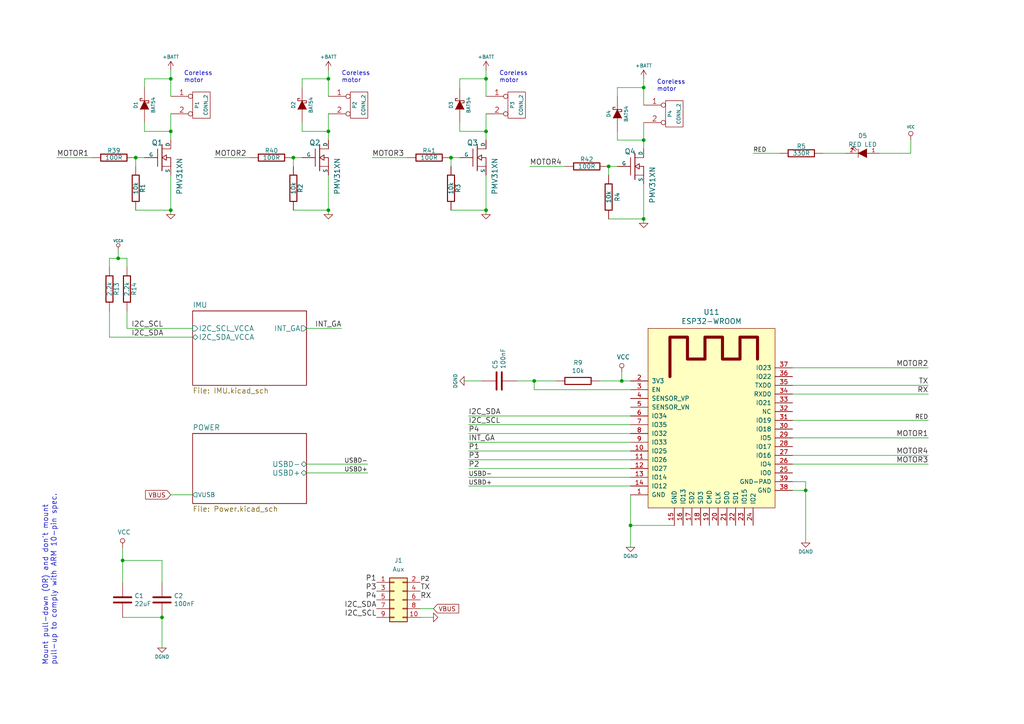
<source format=kicad_sch>
(kicad_sch (version 20230121) (generator eeschema)
  (paper "A4")
  (title_block (title "Crazyflie control board") (date "2023-11-27") (rev "2.4") (company "Bitcraze AB (CC BY-NC-SA)"))
  (lib_symbols
    (symbol "Connector_Generic:Conn_02x05_Odd_Even" (pin_names (offset 1.016) hide)
      (property "Reference" "J" (at 1.27 7.62 0))
      (property "Value" "Conn_02x05_Odd_Even" (at 1.27 -7.62 0))
      (symbol "Conn_02x05_Odd_Even_1_1"
        (rectangle (start -1.27 -4.953) (end 0 -5.207) (stroke (width 0.1524)))
        (rectangle (start -1.27 -2.413) (end 0 -2.667) (stroke (width 0.1524)))
        (rectangle (start -1.27 0.127) (end 0 -0.127) (stroke (width 0.1524)))
        (rectangle (start -1.27 2.667) (end 0 2.413) (stroke (width 0.1524)))
        (rectangle (start -1.27 5.207) (end 0 4.953) (stroke (width 0.1524)))
        (rectangle (start -1.27 6.35) (end 3.81 -6.35) (stroke (width 0.254)) (fill (type background)))
        (rectangle (start 3.81 -4.953) (end 2.54 -5.207) (stroke (width 0.1524)))
        (rectangle (start 3.81 -2.413) (end 2.54 -2.667) (stroke (width 0.1524)))
        (rectangle (start 3.81 0.127) (end 2.54 -0.127) (stroke (width 0.1524)))
        (rectangle (start 3.81 2.667) (end 2.54 2.413) (stroke (width 0.1524)))
        (rectangle (start 3.81 5.207) (end 2.54 4.953) (stroke (width 0.1524)))
        (pin passive line (at -5.08 5.08 0) (length 3.81) (name "Pin_1") (number "1"))
        (pin passive line (at 7.62 -5.08 180) (length 3.81) (name "Pin_10") (number "10"))
        (pin passive line (at 7.62 5.08 180) (length 3.81) (name "Pin_2") (number "2"))
        (pin passive line (at -5.08 2.54 0) (length 3.81) (name "Pin_3") (number "3"))
        (pin passive line (at 7.62 2.54 180) (length 3.81) (name "Pin_4") (number "4"))
        (pin passive line (at -5.08 0 0) (length 3.81) (name "Pin_5") (number "5"))
        (pin passive line (at 7.62 0 180) (length 3.81) (name "Pin_6") (number "6"))
        (pin passive line (at -5.08 -2.54 0) (length 3.81) (name "Pin_7") (number "7"))
        (pin passive line (at 7.62 -2.54 180) (length 3.81) (name "Pin_8") (number "8"))
        (pin passive line (at -5.08 -5.08 0) (length 3.81) (name "Pin_9") (number "9"))
      )
    )
    (symbol "Crazyflie-contol-board-rescue:+BATT-power" (power) (pin_names (offset 0))
      (property "Value" "+BATT-power" (at 0 3.556 0))
      (symbol "+BATT-power_0_1"
        (polyline (pts (xy -0.762 1.27) (xy 0 2.54)))
        (polyline (pts (xy 0 0) (xy 0 2.54)))
        (polyline (pts (xy 0 2.54) (xy 0.762 1.27)))
      )
      (symbol "+BATT-power_1_1"
        (pin power_in line (at 0 0 90) (length 0) hide (name "+BATT") (number "1"))
      )
    )
    (symbol "Crazyflie-contol-board-rescue:C-Crazyflie-contol-board-rescue" (pin_numbers hide) (pin_names (offset 0.254))
      (property "Reference" "C" (at 1.27 2.54 0))
      (property "Value" "C-Crazyflie-contol-board-rescue" (at 1.27 -2.54 0))
      (symbol "C-Crazyflie-contol-board-rescue_0_1"
        (polyline (pts (xy -2.54 -0.762) (xy 2.54 -0.762)) (stroke (width 0.508)))
        (polyline (pts (xy -2.54 0.762) (xy 2.54 0.762)) (stroke (width 0.508)))
      )
      (symbol "C-Crazyflie-contol-board-rescue_1_1"
        (pin passive line (at 0 5.08 270) (length 4.318) (name "~") (number "1"))
        (pin passive line (at 0 -5.08 90) (length 4.318) (name "~") (number "2"))
      )
    )
    (symbol "Crazyflie-contol-board-rescue:CONN_2-Crazyflie-contol-board-rescue" (pin_names (offset 1.016) hide)
      (property "Reference" "P" (at -1.27 0 90))
      (property "Value" "CONN_2-Crazyflie-contol-board-rescue" (at 1.27 0 90))
      (symbol "CONN_2-Crazyflie-contol-board-rescue_0_1"
        (rectangle (start -2.54 3.81) (end 2.54 -3.81))
      )
      (symbol "CONN_2-Crazyflie-contol-board-rescue_1_1"
        (pin passive inverted (at -8.89 2.54 0) (length 6.35) (name "P1") (number "1"))
        (pin passive inverted (at -8.89 -2.54 0) (length 6.35) (name "PM") (number "2"))
      )
    )
    (symbol "Crazyflie-contol-board-rescue:DGND-Crazyflie-contol-board-rescue" (power) (pin_names (offset 1.016))
      (property "Value" "DGND-Crazyflie-contol-board-rescue" (at 0 -1.778 0))
      (symbol "DGND-Crazyflie-contol-board-rescue_0_1"
        (polyline (pts (xy -1.27 0) (xy 0 -1.27) (xy 1.27 0) (xy -1.27 0)))
      )
      (symbol "DGND-Crazyflie-contol-board-rescue_1_1"
        (pin power_in line (at 0 0 90) (length 0) hide (name "DGND") (number "1"))
      )
    )
    (symbol "Crazyflie-contol-board-rescue:DIODESCH-Crazyflie-contol-board-rescue" (pin_numbers hide) (pin_names (offset 1.016) hide)
      (property "Reference" "D" (at 0 2.54 0))
      (property "Value" "DIODESCH-Crazyflie-contol-board-rescue" (at 0 -2.54 0))
      (symbol "DIODESCH-Crazyflie-contol-board-rescue_0_1"
        (polyline (pts (xy -1.27 1.27) (xy 1.27 0) (xy -1.27 -1.27)) (fill (type outline)))
        (polyline (pts (xy 1.905 0.635) (xy 1.905 1.27) (xy 1.27 1.27) (xy 1.27 -1.27) (xy 0.635 -1.27) (xy 0.635 -0.635)) (stroke (width 0.2032)))
      )
      (symbol "DIODESCH-Crazyflie-contol-board-rescue_1_1"
        (pin passive line (at -5.08 0 0) (length 3.81) (name "A") (number "1"))
        (pin passive line (at 5.08 0 180) (length 3.81) (name "K") (number "2"))
      )
    )
    (symbol "Crazyflie-contol-board-rescue:ESP32-WROOM-ESP32-footprints-Shem-Lib" (pin_names (offset 1.016))
      (property "Reference" "U" (at -17.78 31.75 0))
      (property "Value" "ESP32-WROOM-ESP32-footprints-Shem-Lib" (at 12.7 31.75 0))
      (symbol "ESP32-WROOM-ESP32-footprints-Shem-Lib_0_1"
        (rectangle (start -19.05 30.48) (end 17.78 -21.59) (fill (type background)))
        (polyline (pts (xy -12.7 16.51) (xy -12.7 27.94) (xy -7.62 27.94) (xy -7.62 21.59) (xy -2.54 21.59) (xy -2.54 27.94) (xy 2.54 27.94) (xy 2.54 21.59) (xy 7.62 21.59) (xy 7.62 27.94) (xy 12.7 27.94) (xy 12.7 21.59)) (stroke (width 0.889)))
      )
      (symbol "ESP32-WROOM-ESP32-footprints-Shem-Lib_1_1"
        (pin input line (at -24.13 -17.78 0) (length 5.08) (name "GND") (number "1"))
        (pin input line (at -24.13 -5.08 0) (length 5.08) (name "IO25") (number "10"))
        (pin input line (at -24.13 -7.62 0) (length 5.08) (name "IO26") (number "11"))
        (pin input line (at -24.13 -10.16 0) (length 5.08) (name "IO27") (number "12"))
        (pin input line (at -24.13 -12.7 0) (length 5.08) (name "IO14") (number "13"))
        (pin input line (at -24.13 -15.24 0) (length 5.08) (name "IO12") (number "14"))
        (pin input line (at -11.43 -26.67 90) (length 5.08) (name "GND") (number "15"))
        (pin input line (at -8.89 -26.67 90) (length 5.08) (name "IO13") (number "16"))
        (pin input line (at -6.35 -26.67 90) (length 5.08) (name "SD2") (number "17"))
        (pin input line (at -3.81 -26.67 90) (length 5.08) (name "SD3") (number "18"))
        (pin input line (at -1.27 -26.67 90) (length 5.08) (name "CMD") (number "19"))
        (pin input line (at -24.13 15.24 0) (length 5.08) (name "3V3") (number "2"))
        (pin input line (at 1.27 -26.67 90) (length 5.08) (name "CLK") (number "20"))
        (pin input line (at 3.81 -26.67 90) (length 5.08) (name "SDO") (number "21"))
        (pin input line (at 6.35 -26.67 90) (length 5.08) (name "SD1") (number "22"))
        (pin input line (at 8.89 -26.67 90) (length 5.08) (name "IO15") (number "23"))
        (pin input line (at 11.43 -26.67 90) (length 5.08) (name "IO2") (number "24"))
        (pin input line (at 22.86 -11.43 180) (length 5.08) (name "IO0") (number "25"))
        (pin input line (at 22.86 -8.89 180) (length 5.08) (name "IO4") (number "26"))
        (pin input line (at 22.86 -6.35 180) (length 5.08) (name "IO16") (number "27"))
        (pin input line (at 22.86 -3.81 180) (length 5.08) (name "IO17") (number "28"))
        (pin input line (at 22.86 -1.27 180) (length 5.08) (name "IO5") (number "29"))
        (pin input line (at -24.13 12.7 0) (length 5.08) (name "EN") (number "3"))
        (pin input line (at 22.86 1.27 180) (length 5.08) (name "IO18") (number "30"))
        (pin input line (at 22.86 3.81 180) (length 5.08) (name "IO19") (number "31"))
        (pin input line (at 22.86 6.35 180) (length 5.08) (name "NC") (number "32"))
        (pin input line (at 22.86 8.89 180) (length 5.08) (name "IO21") (number "33"))
        (pin input line (at 22.86 11.43 180) (length 5.08) (name "RXD0") (number "34"))
        (pin input line (at 22.86 13.97 180) (length 5.08) (name "TXD0") (number "35"))
        (pin input line (at 22.86 16.51 180) (length 5.08) (name "IO22") (number "36"))
        (pin input line (at 22.86 19.05 180) (length 5.08) (name "IO23") (number "37"))
        (pin input line (at 22.86 -16.51 180) (length 5.08) (name "GND") (number "38"))
        (pin input line (at 22.86 -13.97 180) (length 5.08) (name "GND-PAD") (number "39"))
        (pin input line (at -24.13 10.16 0) (length 5.08) (name "SENSOR_VP") (number "4"))
        (pin input line (at -24.13 7.62 0) (length 5.08) (name "SENSOR_VN") (number "5"))
        (pin input line (at -24.13 5.08 0) (length 5.08) (name "IO34") (number "6"))
        (pin input line (at -24.13 2.54 0) (length 5.08) (name "IO35") (number "7"))
        (pin input line (at -24.13 0 0) (length 5.08) (name "IO32") (number "8"))
        (pin input line (at -24.13 -2.54 0) (length 5.08) (name "IO33") (number "9"))
      )
    )
    (symbol "Crazyflie-contol-board-rescue:GND-Crazyflie-contol-board-rescue" (power) (pin_names (offset 0))
      (symbol "GND-Crazyflie-contol-board-rescue_0_1"
        (polyline (pts (xy -1.27 0) (xy 0 -1.27) (xy 1.27 0) (xy -1.27 0)))
      )
      (symbol "GND-Crazyflie-contol-board-rescue_1_1"
        (pin power_in line (at 0 0 90) (length 0) hide (name "GND") (number "1"))
      )
    )
    (symbol "Crazyflie-contol-board-rescue:LED-Crazyflie-contol-board-rescue" (pin_names (offset 1.016) hide)
      (property "Reference" "D" (at 0 2.54 0))
      (property "Value" "LED-Crazyflie-contol-board-rescue" (at 0 -2.54 0))
      (symbol "LED-Crazyflie-contol-board-rescue_0_1"
        (polyline (pts (xy 1.27 1.27) (xy 1.27 -1.27)))
        (polyline (pts (xy -1.27 1.27) (xy 1.27 0) (xy -1.27 -1.27)) (fill (type outline)))
        (polyline (pts (xy 1.651 -1.016) (xy 2.794 -2.032) (xy 2.667 -1.397)))
        (polyline (pts (xy 2.032 -0.635) (xy 3.175 -1.651) (xy 3.048 -1.016)))
      )
      (symbol "LED-Crazyflie-contol-board-rescue_1_1"
        (pin passive line (at -5.08 0 0) (length 3.81) (name "A") (number "1"))
        (pin passive line (at 5.08 0 180) (length 3.81) (name "K") (number "2"))
      )
    )
    (symbol "Crazyflie-contol-board-rescue:MOSFET_N-Crazyflie-contol-board-rescue" (pin_numbers hide) (pin_names (offset 0))
      (property "Reference" "Q" (at 0.254 4.318 0))
      (property "Value" "MOSFET_N-Crazyflie-contol-board-rescue" (at 0.254 -3.81 0))
      (symbol "MOSFET_N-Crazyflie-contol-board-rescue_0_1"
        (polyline (pts (xy -1.27 -2.54) (xy -1.27 2.54)) (stroke (width 0.2032)))
        (polyline (pts (xy 0 -3.81) (xy 0 3.81)) (stroke (width 0.254)))
        (polyline (pts (xy 2.54 -2.54) (xy 0 -2.54)))
        (polyline (pts (xy 2.54 2.54) (xy 0 2.54)))
        (polyline (pts (xy 2.54 -2.54) (xy 2.54 0) (xy 1.27 0)) (stroke (width 0.2032)))
        (polyline (pts (xy 1.27 0.762) (xy 1.27 -0.762) (xy 0 0) (xy 1.27 0.762) (xy 1.27 0.762)) (stroke (width 0.2032)))
      )
      (symbol "MOSFET_N-Crazyflie-contol-board-rescue_1_1"
        (pin passive line (at 2.54 5.08 270) (length 2.54) (name "D") (number "D"))
        (pin input line (at -5.08 0 0) (length 3.81) (name "G") (number "G"))
        (pin passive line (at 2.54 -5.08 90) (length 2.54) (name "S") (number "S"))
      )
    )
    (symbol "Crazyflie-contol-board-rescue:R-Crazyflie-contol-board-rescue" (pin_numbers hide) (pin_names (offset 0))
      (property "Reference" "R" (at 2.032 0 90))
      (property "Value" "R-Crazyflie-contol-board-rescue" (at 0 0 90))
      (symbol "R-Crazyflie-contol-board-rescue_0_1"
        (rectangle (start -1.016 3.81) (end 1.016 -3.81) (stroke (width 0.3048)))
      )
      (symbol "R-Crazyflie-contol-board-rescue_1_1"
        (pin passive line (at 0 6.35 270) (length 2.54) (name "~") (number "1"))
        (pin passive line (at 0 -6.35 90) (length 2.54) (name "~") (number "2"))
      )
    )
    (symbol "Crazyflie-contol-board-rescue:VCC-power" (power) (pin_names (offset 0))
      (property "Value" "VCC-power" (at 0 3.81 0))
      (symbol "VCC-power_0_1"
        (polyline (pts (xy 0 0) (xy 0 1.27)))
        (circle (center 0 1.905) (radius 0.635))
      )
      (symbol "VCC-power_1_1"
        (pin power_in line (at 0 0 90) (length 0) hide (name "VCC") (number "1"))
      )
    )
    (symbol "Crazyflie-contol-board-rescue:VCCA-Crazyflie-contol-board-rescue" (power) (pin_names (offset 0))
      (property "Value" "VCCA-Crazyflie-contol-board-rescue" (at 0 2.54 0))
      (symbol "VCCA-Crazyflie-contol-board-rescue_0_0"
        (pin power_in line (at 0 0 90) (length 0) hide (name "VCCA") (number "1"))
      )
      (symbol "VCCA-Crazyflie-contol-board-rescue_0_1"
        (polyline (pts (xy 0 0) (xy 0 0.762) (xy 0 0.762)))
        (circle (center 0 1.27) (radius 0.508))
      )
    )
  )
  (junction (at 182.88 152.4))
  (junction (at 49.53 60.96))
  (junction (at 140.97 60.96))
  (junction (at 85.09 45.72))
  (junction (at 140.97 22.86))
  (junction (at 233.68 142.24))
  (junction (at 34.29 74.93))
  (junction (at 186.69 25.4))
  (junction (at 46.99 179.07))
  (junction (at 49.53 22.86))
  (junction (at 49.53 38.1))
  (junction (at 140.97 38.1))
  (junction (at 186.69 40.64))
  (junction (at 186.69 63.5))
  (junction (at 130.81 45.72))
  (junction (at 154.94 110.49))
  (junction (at 176.53 48.26))
  (junction (at 95.25 22.86))
  (junction (at 95.25 38.1))
  (junction (at 95.25 60.96))
  (junction (at 180.34 110.49))
  (junction (at 35.56 162.56))
  (junction (at 39.37 45.72))
  (wire (pts (xy 49.53 40.64) (xy 49.53 38.1)))
  (wire (pts (xy 88.9 134.62) (xy 106.68 134.62)))
  (wire (pts (xy 135.89 130.81) (xy 182.88 130.81)))
  (wire (pts (xy 31.75 90.17) (xy 31.75 97.79)))
  (wire (pts (xy 186.69 30.48) (xy 186.69 25.4)))
  (wire (pts (xy 49.53 22.86) (xy 49.53 27.94)))
  (wire (pts (xy 229.87 114.3) (xy 269.24 114.3)))
  (wire (pts (xy 133.35 25.4) (xy 133.35 22.86)))
  (wire (pts (xy 35.56 158.75) (xy 35.56 162.56)))
  (wire (pts (xy 140.97 27.94) (xy 140.97 22.86)))
  (wire (pts (xy 173.99 110.49) (xy 180.34 110.49)))
  (wire (pts (xy 179.07 25.4) (xy 186.69 25.4)))
  (wire (pts (xy 154.94 113.03) (xy 182.88 113.03)))
  (wire (pts (xy 180.34 107.95) (xy 180.34 110.49)))
  (wire (pts (xy 233.68 142.24) (xy 233.68 157.48)))
  (wire (pts (xy 149.86 110.49) (xy 154.94 110.49)))
  (wire (pts (xy 62.23 45.72) (xy 72.39 45.72)))
  (wire (pts (xy 154.94 110.49) (xy 154.94 113.03)))
  (wire (pts (xy 186.69 35.56) (xy 186.69 40.64)))
  (wire (pts (xy 229.87 142.24) (xy 233.68 142.24)))
  (wire (pts (xy 41.91 38.1) (xy 41.91 35.56)))
  (wire (pts (xy 39.37 60.96) (xy 49.53 60.96)))
  (wire (pts (xy 41.91 25.4) (xy 41.91 22.86)))
  (wire (pts (xy 36.83 74.93) (xy 36.83 77.47)))
  (wire (pts (xy 46.99 162.56) (xy 35.56 162.56)))
  (wire (pts (xy 87.63 38.1) (xy 95.25 38.1)))
  (wire (pts (xy 34.29 72.39) (xy 34.29 74.93)))
  (wire (pts (xy 36.83 95.25) (xy 55.88 95.25)))
  (wire (pts (xy 95.25 33.02) (xy 95.25 38.1)))
  (wire (pts (xy 49.53 60.96) (xy 49.53 62.23)))
  (wire (pts (xy 39.37 45.72) (xy 39.37 48.26)))
  (wire (pts (xy 218.44 44.45) (xy 226.06 44.45)))
  (wire (pts (xy 154.94 110.49) (xy 161.29 110.49)))
  (wire (pts (xy 133.35 38.1) (xy 133.35 35.56)))
  (wire (pts (xy 95.25 38.1) (xy 95.25 40.64)))
  (wire (pts (xy 229.87 139.7) (xy 233.68 139.7)))
  (wire (pts (xy 186.69 53.34) (xy 186.69 63.5)))
  (wire (pts (xy 87.63 45.72) (xy 85.09 45.72)))
  (wire (pts (xy 26.67 45.72) (xy 16.51 45.72)))
  (wire (pts (xy 36.83 90.17) (xy 36.83 95.25)))
  (wire (pts (xy 87.63 35.56) (xy 87.63 38.1)))
  (wire (pts (xy 31.75 97.79) (xy 55.88 97.79)))
  (wire (pts (xy 85.09 45.72) (xy 85.09 48.26)))
  (wire (pts (xy 133.35 22.86) (xy 140.97 22.86)))
  (wire (pts (xy 134.62 110.49) (xy 139.7 110.49)))
  (wire (pts (xy 41.91 22.86) (xy 49.53 22.86)))
  (wire (pts (xy 186.69 25.4) (xy 186.69 22.86)))
  (wire (pts (xy 135.89 120.65) (xy 182.88 120.65)))
  (wire (pts (xy 179.07 27.94) (xy 179.07 25.4)))
  (wire (pts (xy 229.87 127) (xy 269.24 127)))
  (wire (pts (xy 182.88 143.51) (xy 182.88 152.4)))
  (wire (pts (xy 229.87 134.62) (xy 269.24 134.62)))
  (wire (pts (xy 255.27 44.45) (xy 264.16 44.45)))
  (wire (pts (xy 179.07 40.64) (xy 186.69 40.64)))
  (wire (pts (xy 99.06 95.25) (xy 88.9 95.25)))
  (wire (pts (xy 107.95 45.72) (xy 118.11 45.72)))
  (wire (pts (xy 229.87 106.68) (xy 269.24 106.68)))
  (wire (pts (xy 186.69 63.5) (xy 186.69 64.77)))
  (wire (pts (xy 35.56 162.56) (xy 35.56 168.91)))
  (wire (pts (xy 135.89 128.27) (xy 182.88 128.27)))
  (wire (pts (xy 179.07 38.1) (xy 179.07 40.64)))
  (wire (pts (xy 135.89 133.35) (xy 182.88 133.35)))
  (wire (pts (xy 238.76 44.45) (xy 245.11 44.45)))
  (wire (pts (xy 85.09 60.96) (xy 95.25 60.96)))
  (wire (pts (xy 229.87 111.76) (xy 269.24 111.76)))
  (wire (pts (xy 229.87 121.92) (xy 269.24 121.92)))
  (wire (pts (xy 49.53 38.1) (xy 41.91 38.1)))
  (wire (pts (xy 49.53 20.32) (xy 49.53 22.86)))
  (wire (pts (xy 140.97 50.8) (xy 140.97 60.96)))
  (wire (pts (xy 31.75 74.93) (xy 34.29 74.93)))
  (wire (pts (xy 95.25 50.8) (xy 95.25 60.96)))
  (wire (pts (xy 95.25 22.86) (xy 95.25 20.32)))
  (wire (pts (xy 135.89 135.89) (xy 182.88 135.89)))
  (wire (pts (xy 46.99 187.96) (xy 46.99 179.07)))
  (wire (pts (xy 140.97 33.02) (xy 140.97 38.1)))
  (wire (pts (xy 121.92 179.07) (xy 125.73 179.07)))
  (wire (pts (xy 182.88 158.75) (xy 182.88 152.4)))
  (wire (pts (xy 135.89 138.43) (xy 182.88 138.43)))
  (wire (pts (xy 49.53 50.8) (xy 49.53 60.96)))
  (wire (pts (xy 140.97 60.96) (xy 140.97 62.23)))
  (wire (pts (xy 87.63 25.4) (xy 87.63 22.86)))
  (wire (pts (xy 88.9 137.16) (xy 106.68 137.16)))
  (wire (pts (xy 130.81 48.26) (xy 130.81 45.72)))
  (wire (pts (xy 87.63 22.86) (xy 95.25 22.86)))
  (wire (pts (xy 233.68 139.7) (xy 233.68 142.24)))
  (wire (pts (xy 186.69 40.64) (xy 186.69 43.18)))
  (wire (pts (xy 180.34 110.49) (xy 182.88 110.49)))
  (wire (pts (xy 229.87 132.08) (xy 269.24 132.08)))
  (wire (pts (xy 95.25 60.96) (xy 95.25 62.23)))
  (wire (pts (xy 264.16 40.64) (xy 264.16 44.45)))
  (wire (pts (xy 121.92 176.53) (xy 125.73 176.53)))
  (wire (pts (xy 176.53 50.8) (xy 176.53 48.26)))
  (wire (pts (xy 95.25 27.94) (xy 95.25 22.86)))
  (wire (pts (xy 135.89 123.19) (xy 182.88 123.19)))
  (wire (pts (xy 34.29 74.93) (xy 36.83 74.93)))
  (wire (pts (xy 46.99 168.91) (xy 46.99 162.56)))
  (wire (pts (xy 130.81 45.72) (xy 133.35 45.72)))
  (wire (pts (xy 31.75 77.47) (xy 31.75 74.93)))
  (wire (pts (xy 35.56 179.07) (xy 46.99 179.07)))
  (wire (pts (xy 153.67 48.26) (xy 163.83 48.26)))
  (wire (pts (xy 140.97 38.1) (xy 133.35 38.1)))
  (wire (pts (xy 130.81 60.96) (xy 140.97 60.96)))
  (wire (pts (xy 176.53 63.5) (xy 186.69 63.5)))
  (wire (pts (xy 182.88 152.4) (xy 195.58 152.4)))
  (wire (pts (xy 41.91 45.72) (xy 39.37 45.72)))
  (wire (pts (xy 49.53 143.51) (xy 55.88 143.51)))
  (wire (pts (xy 49.53 38.1) (xy 49.53 33.02)))
  (wire (pts (xy 140.97 22.86) (xy 140.97 20.32)))
  (wire (pts (xy 176.53 48.26) (xy 179.07 48.26)))
  (wire (pts (xy 140.97 38.1) (xy 140.97 40.64)))
  (wire (pts (xy 135.89 140.97) (xy 182.88 140.97)))
  (wire (pts (xy 135.89 125.73) (xy 182.88 125.73)))
  (text "Coreless\nmotor" (at 144.78 24.13 0) (effects (font (size 1.27 1.27)) (justify left bottom)))
  (text "Mount pull-down (0R) and don't mount \npull-up to comply with ARM 10-pin spec." (at 16.51 193.04 90) (effects (font (size 1.524 1.524)) (justify left bottom)))
  (text "Coreless\nmotor" (at 53.34 24.13 0) (effects (font (size 1.27 1.27)) (justify left bottom)))
  (text "Coreless\nmotor" (at 99.06 24.13 0) (effects (font (size 1.27 1.27)) (justify left bottom)))
  (text "Coreless\nmotor" (at 190.5 26.67 0) (effects (font (size 1.27 1.27)) (justify left bottom)))
  (label "I2C_SDA" (at 38.1 97.79 0) (effects (font (size 1.524 1.524))))
  (label "USBD-" (at 135.89 138.43 0))
  (label "I2C_SCL" (at 38.1 95.25 0) (effects (font (size 1.524 1.524))))
  (label "MOTOR3" (at 269.24 134.62 180) (effects (font (size 1.524 1.524))))
  (label "P1" (at 109.22 168.91 180) (effects (font (size 1.524 1.524))))
  (label "MOTOR1" (at 16.51 45.72 0) (effects (font (size 1.524 1.524))))
  (label "P4" (at 135.89 125.73 0) (effects (font (size 1.524 1.524))))
  (label "RX" (at 121.92 173.99 0) (effects (font (size 1.524 1.524))))
  (label "USBD+" (at 106.68 137.16 180))
  (label "RED" (at 269.24 121.92 180))
  (label "RED" (at 218.44 44.45 0))
  (label "USBD-" (at 106.68 134.62 180))
  (label "P1" (at 135.89 130.81 0) (effects (font (size 1.524 1.524))))
  (label "MOTOR2" (at 269.24 106.68 180) (effects (font (size 1.524 1.524))))
  (label "I2C_SCL" (at 109.22 179.07 180) (effects (font (size 1.524 1.524))))
  (label "MOTOR2" (at 62.23 45.72 0) (effects (font (size 1.524 1.524))))
  (label "MOTOR4" (at 153.67 48.26 0) (effects (font (size 1.524 1.524))))
  (label "P3" (at 109.22 171.45 180) (effects (font (size 1.524 1.524))))
  (label "RX" (at 269.24 114.3 180) (effects (font (size 1.524 1.524))))
  (label "MOTOR1" (at 269.24 127 180) (effects (font (size 1.524 1.524))))
  (label "INT_GA" (at 135.89 128.27 0) (effects (font (size 1.524 1.524))))
  (label "I2C_SCL" (at 135.89 123.19 0) (effects (font (size 1.524 1.524))))
  (label "P2" (at 121.92 168.91 0))
  (label "TX" (at 121.92 171.45 0) (effects (font (size 1.524 1.524))))
  (label "I2C_SDA" (at 109.22 176.53 180) (effects (font (size 1.524 1.524))))
  (label "USBD+" (at 135.89 140.97 0))
  (label "TX" (at 269.24 111.76 180) (effects (font (size 1.524 1.524))))
  (label "P2" (at 135.89 135.89 0) (effects (font (size 1.524 1.524))))
  (label "INT_GA" (at 99.06 95.25 180) (effects (font (size 1.524 1.524))))
  (label "P4" (at 109.22 173.99 180) (effects (font (size 1.524 1.524))))
  (label "I2C_SDA" (at 135.89 120.65 0) (effects (font (size 1.524 1.524))))
  (label "MOTOR3" (at 107.95 45.72 0) (effects (font (size 1.524 1.524))))
  (label "MOTOR4" (at 269.24 132.08 180) (effects (font (size 1.524 1.524))))
  (label "P3" (at 135.89 133.35 0) (effects (font (size 1.524 1.524))))
  (global_label "VBUS" (shape input) (at 49.53 143.51 180) (property "Intersheetrefs" "${INTERSHEET_REFS}" (effects hide)) (property "插入图纸页参考" "${INTERSHEET_REFS}" (effects hide)))
  (global_label "VBUS" (shape input) (at 125.73 176.53 0) (property "Intersheetrefs" "${INTERSHEET_REFS}" (effects hide)) (property "插入图纸页参考" "${INTERSHEET_REFS}" (effects hide)))
  (symbol (lib_id "Crazyflie-contol-board-rescue:R-Crazyflie-contol-board-rescue") (at 232.41 44.45 90) (unit 1)
    (property "Reference" "R5" (at 232.41 42.418 90))
    (property "Value" "330R" (at 232.41 44.45 90))
    (property "Footprint" "ESP32-footprints-Lib:0603" (effects hide))
    (property "Field4" "General" (effects hide))
    (property "Field5" "+/-1%, 0.125W, 25V" (effects hide))
  )
  (symbol (lib_id "Crazyflie-contol-board-rescue:LED-Crazyflie-contol-board-rescue") (at 250.19 44.45 180) (unit 1)
    (property "Reference" "D5" (at 250.19 39.37 0))
    (property "Value" "RED LED" (at 250.19 41.91 0))
    (property "Footprint" "SMDLED-0603" (effects hide))
    (property "Field4" "General" (effects hide))
    (property "Field5" "Red, If:20mA, vf:2-2.2V, >40mcd" (effects hide))
  )
  (symbol (lib_id "Crazyflie-contol-board-rescue:VCC-power") (at 264.16 40.64 0) (unit 1)
    (property "Reference" "#PWR021" (effects hide))
    (property "Value" "VCC" (at 264.16 36.83 0) (effects (font (size 0.762 0.762))))
  )
  (symbol (lib_id "Crazyflie-contol-board-rescue:MOSFET_N-Crazyflie-contol-board-rescue") (at 46.99 45.72 0) (unit 1)
    (property "Reference" "Q1" (at 47.244 41.402 0) (effects (font (size 1.524 1.524)) (justify right)))
    (property "Value" "PMV31XN" (at 52.07 45.72 90) (effects (font (size 1.524 1.524)) (justify right)))
    (property "Footprint" "SOT23GDS" (effects hide))
    (property "Field4" "NXP" (effects hide))
    (property "Field5" "PMV31XN" (effects hide))
  )
  (symbol (lib_id "Crazyflie-contol-board-rescue:R-Crazyflie-contol-board-rescue") (at 39.37 54.61 0) (unit 1)
    (property "Reference" "R1" (at 41.402 54.61 90))
    (property "Value" "10k" (at 39.37 54.61 90))
    (property "Footprint" "SM0402" (effects hide))
  )
  (symbol (lib_id "Crazyflie-contol-board-rescue:GND-Crazyflie-contol-board-rescue") (at 49.53 62.23 0) (unit 1)
    (property "Reference" "#PWR011" (effects hide))
    (property "Value" "GND" (effects hide))
  )
  (symbol (lib_id "Crazyflie-contol-board-rescue:+BATT-power") (at 49.53 20.32 0) (unit 1)
    (property "Reference" "#PWR01" (effects hide))
    (property "Value" "+BATT" (at 49.53 16.51 0) (effects (font (size 1.016 1.016))))
  )
  (symbol (lib_id "Crazyflie-contol-board-rescue:DIODESCH-Crazyflie-contol-board-rescue") (at 41.91 30.48 90) (unit 1)
    (property "Reference" "D1" (at 39.37 30.48 0) (effects (font (size 1.016 1.016))))
    (property "Value" "BAT54" (at 44.45 30.48 0) (effects (font (size 1.016 1.016))))
    (property "Footprint" "SOD323" (effects hide))
    (property "Field4" "ST Microelectronics" (effects hide))
    (property "Field5" "BAT54JFILM" (effects hide))
  )
  (symbol (lib_id "Crazyflie-contol-board-rescue:DIODESCH-Crazyflie-contol-board-rescue") (at 87.63 30.48 90) (unit 1)
    (property "Reference" "D2" (at 85.09 30.48 0) (effects (font (size 1.016 1.016))))
    (property "Value" "BAT54" (at 90.17 30.48 0) (effects (font (size 1.016 1.016))))
    (property "Footprint" "SOD323" (effects hide))
  )
  (symbol (lib_id "Crazyflie-contol-board-rescue:+BATT-power") (at 95.25 20.32 0) (unit 1)
    (property "Reference" "#PWR02" (effects hide))
    (property "Value" "+BATT" (at 95.25 16.51 0) (effects (font (size 1.016 1.016))))
  )
  (symbol (lib_id "Crazyflie-contol-board-rescue:GND-Crazyflie-contol-board-rescue") (at 95.25 62.23 0) (unit 1)
    (property "Reference" "#PWR012" (effects hide))
    (property "Value" "GND" (effects hide))
  )
  (symbol (lib_id "Crazyflie-contol-board-rescue:R-Crazyflie-contol-board-rescue") (at 85.09 54.61 0) (unit 1)
    (property "Reference" "R2" (at 87.122 54.61 90))
    (property "Value" "10k" (at 85.09 54.61 90))
    (property "Footprint" "SM0402" (effects hide))
  )
  (symbol (lib_id "Crazyflie-contol-board-rescue:MOSFET_N-Crazyflie-contol-board-rescue") (at 92.71 45.72 0) (unit 1)
    (property "Reference" "Q2" (at 92.964 41.402 0) (effects (font (size 1.524 1.524)) (justify right)))
    (property "Value" "PMV31XN" (at 97.79 45.72 90) (effects (font (size 1.524 1.524)) (justify right)))
    (property "Footprint" "SOT23GDS" (effects hide))
  )
  (symbol (lib_id "Crazyflie-contol-board-rescue:MOSFET_N-Crazyflie-contol-board-rescue") (at 138.43 45.72 0) (unit 1)
    (property "Reference" "Q3" (at 138.684 41.402 0) (effects (font (size 1.524 1.524)) (justify right)))
    (property "Value" "PMV31XN" (at 143.51 45.72 90) (effects (font (size 1.524 1.524)) (justify right)))
    (property "Footprint" "SOT23GDS" (effects hide))
  )
  (symbol (lib_id "Crazyflie-contol-board-rescue:R-Crazyflie-contol-board-rescue") (at 130.81 54.61 0) (unit 1)
    (property "Reference" "R3" (at 132.842 54.61 90))
    (property "Value" "10k" (at 130.81 54.61 90))
    (property "Footprint" "SM0402" (effects hide))
  )
  (symbol (lib_id "Crazyflie-contol-board-rescue:GND-Crazyflie-contol-board-rescue") (at 140.97 62.23 0) (unit 1)
    (property "Reference" "#PWR013" (effects hide))
    (property "Value" "GND" (effects hide))
  )
  (symbol (lib_id "Crazyflie-contol-board-rescue:+BATT-power") (at 140.97 20.32 0) (unit 1)
    (property "Reference" "#PWR03" (effects hide))
    (property "Value" "+BATT" (at 140.97 16.51 0) (effects (font (size 1.016 1.016))))
  )
  (symbol (lib_id "Crazyflie-contol-board-rescue:DIODESCH-Crazyflie-contol-board-rescue") (at 133.35 30.48 90) (unit 1)
    (property "Reference" "D3" (at 130.81 30.48 0) (effects (font (size 1.016 1.016))))
    (property "Value" "BAT54" (at 135.89 30.48 0) (effects (font (size 1.016 1.016))))
    (property "Footprint" "SOD323" (effects hide))
  )
  (symbol (lib_id "Crazyflie-contol-board-rescue:DIODESCH-Crazyflie-contol-board-rescue") (at 179.07 33.02 90) (unit 1)
    (property "Reference" "D4" (at 176.53 33.02 0) (effects (font (size 1.016 1.016))))
    (property "Value" "BAT54" (at 181.61 33.02 0) (effects (font (size 1.016 1.016))))
    (property "Footprint" "SOD323" (effects hide))
  )
  (symbol (lib_id "Crazyflie-contol-board-rescue:+BATT-power") (at 186.69 22.86 0) (unit 1)
    (property "Reference" "#PWR04" (effects hide))
    (property "Value" "+BATT" (at 186.69 19.05 0) (effects (font (size 1.016 1.016))))
  )
  (symbol (lib_id "Crazyflie-contol-board-rescue:GND-Crazyflie-contol-board-rescue") (at 186.69 64.77 0) (unit 1)
    (property "Reference" "#PWR014" (effects hide))
    (property "Value" "GND" (effects hide))
  )
  (symbol (lib_id "Crazyflie-contol-board-rescue:R-Crazyflie-contol-board-rescue") (at 176.53 57.15 0) (unit 1)
    (property "Reference" "R4" (at 179.07 57.15 90))
    (property "Value" "10k" (at 176.53 57.15 90))
    (property "Footprint" "SM0402" (effects hide))
  )
  (symbol (lib_id "Crazyflie-contol-board-rescue:MOSFET_N-Crazyflie-contol-board-rescue") (at 184.15 48.26 0) (unit 1)
    (property "Reference" "Q4" (at 184.404 43.942 0) (effects (font (size 1.524 1.524)) (justify right)))
    (property "Value" "PMV31XN" (at 189.23 48.26 90) (effects (font (size 1.524 1.524)) (justify right)))
    (property "Footprint" "SOT23GDS" (effects hide))
  )
  (symbol (lib_id "Crazyflie-contol-board-rescue:CONN_2-Crazyflie-contol-board-rescue") (at 58.42 30.48 0) (unit 1)
    (property "Reference" "P1" (at 57.15 30.48 90) (effects (font (size 1.016 1.016))))
    (property "Value" "CONN_2" (at 59.69 30.48 90) (effects (font (size 1.016 1.016))))
    (property "Footprint" "PINHEADER_127_2X1" (effects hide))
  )
  (symbol (lib_id "Crazyflie-contol-board-rescue:CONN_2-Crazyflie-contol-board-rescue") (at 104.14 30.48 0) (unit 1)
    (property "Reference" "P2" (at 102.87 30.48 90) (effects (font (size 1.016 1.016))))
    (property "Value" "CONN_2" (at 105.41 30.48 90) (effects (font (size 1.016 1.016))))
    (property "Footprint" "PINHEADER_127_2X1" (effects hide))
  )
  (symbol (lib_id "Crazyflie-contol-board-rescue:CONN_2-Crazyflie-contol-board-rescue") (at 149.86 30.48 0) (unit 1)
    (property "Reference" "P3" (at 148.59 30.48 90) (effects (font (size 1.016 1.016))))
    (property "Value" "CONN_2" (at 151.13 30.48 90) (effects (font (size 1.016 1.016))))
    (property "Footprint" "PINHEADER_127_2X1" (effects hide))
  )
  (symbol (lib_id "Crazyflie-contol-board-rescue:CONN_2-Crazyflie-contol-board-rescue") (at 195.58 33.02 0) (unit 1)
    (property "Reference" "P4" (at 194.31 33.02 90) (effects (font (size 1.016 1.016))))
    (property "Value" "CONN_2" (at 196.85 33.02 90) (effects (font (size 1.016 1.016))))
    (property "Footprint" "PINHEADER_127_2X1" (effects hide))
  )
  (symbol (lib_id "Crazyflie-contol-board-rescue:R-Crazyflie-contol-board-rescue") (at 36.83 83.82 0) (unit 1)
    (property "Reference" "R14" (at 38.862 83.82 90))
    (property "Value" "2.2k" (at 36.83 83.82 90))
    (property "Footprint" "ESP32-footprints-Lib:0603" (effects hide))
  )
  (symbol (lib_id "Crazyflie-contol-board-rescue:R-Crazyflie-contol-board-rescue") (at 31.75 83.82 0) (unit 1)
    (property "Reference" "R13" (at 33.782 83.82 90))
    (property "Value" "2.2k" (at 31.75 83.82 90))
    (property "Footprint" "ESP32-footprints-Lib:0603" (effects hide))
  )
  (symbol (lib_id "Crazyflie-contol-board-rescue:VCCA-Crazyflie-contol-board-rescue") (at 34.29 72.39 0) (unit 1)
    (property "Reference" "#PWR05" (effects hide))
    (property "Value" "VCC" (at 34.29 69.85 0) (effects (font (size 0.762 0.762))))
  )
  (symbol (lib_id "Crazyflie-contol-board-rescue:R-Crazyflie-contol-board-rescue") (at 33.02 45.72 90) (unit 1)
    (property "Reference" "R39" (at 33.02 43.688 90))
    (property "Value" "100R" (at 33.02 45.72 90))
    (property "Footprint" "SM0402" (effects hide))
  )
  (symbol (lib_id "Crazyflie-contol-board-rescue:R-Crazyflie-contol-board-rescue") (at 78.74 45.72 90) (unit 1)
    (property "Reference" "R40" (at 78.74 43.688 90))
    (property "Value" "100R" (at 78.74 45.72 90))
    (property "Footprint" "SM0402" (effects hide))
  )
  (symbol (lib_id "Crazyflie-contol-board-rescue:R-Crazyflie-contol-board-rescue") (at 124.46 45.72 90) (unit 1)
    (property "Reference" "R41" (at 124.46 43.688 90))
    (property "Value" "100R" (at 124.46 45.72 90))
    (property "Footprint" "SM0402" (effects hide))
  )
  (symbol (lib_id "Crazyflie-contol-board-rescue:R-Crazyflie-contol-board-rescue") (at 170.18 48.26 90) (unit 1)
    (property "Reference" "R42" (at 170.18 46.228 90))
    (property "Value" "100R" (at 170.18 48.26 90))
    (property "Footprint" "digikey-footprints:0603" (effects hide))
  )
  (symbol (lib_id "Crazyflie-contol-board-rescue:ESP32-WROOM-ESP32-footprints-Shem-Lib") (at 207.01 125.73 0) (unit 1)
    (property "Reference" "U11" (at 206.375 90.5002 0) (effects (font (size 1.524 1.524))))
    (property "Value" "ESP32-WROOM" (at 206.375 93.1926 0) (effects (font (size 1.524 1.524))))
    (property "Footprint" "ESP32-footprints-Lib:ESP32-WROOM-32" (effects hide))
  )
  (symbol (lib_id "Crazyflie-contol-board-rescue:DGND-Crazyflie-contol-board-rescue") (at 182.88 158.75 0) (unit 1)
    (property "Reference" "#PWR0104" (effects hide))
    (property "Value" "DGND" (at 182.88 161.29 0) (effects (font (size 1.016 1.016))))
  )
  (symbol (lib_id "Crazyflie-contol-board-rescue:DGND-Crazyflie-contol-board-rescue") (at 233.68 157.48 0) (unit 1)
    (property "Reference" "#PWR0105" (effects hide))
    (property "Value" "DGND" (at 233.68 160.02 0) (effects (font (size 1.016 1.016))))
  )
  (symbol (lib_id "Crazyflie-contol-board-rescue:VCC-power") (at 180.34 107.95 0) (unit 1)
    (property "Reference" "#PWR0106" (effects hide))
    (property "Value" "VCC" (at 180.7718 103.5558 0))
  )
  (symbol (lib_id "Crazyflie-contol-board-rescue:DGND-Crazyflie-contol-board-rescue") (at 46.99 187.96 0) (unit 1)
    (property "Reference" "#PWR0110" (effects hide))
    (property "Value" "DGND" (at 46.99 190.5 0) (effects (font (size 1.016 1.016))))
  )
  (symbol (lib_id "Crazyflie-contol-board-rescue:C-Crazyflie-contol-board-rescue") (at 35.56 173.99 0) (unit 1)
    (property "Reference" "C1" (at 38.989 172.8216 0) (effects (justify left)))
    (property "Value" "22uF" (at 38.989 175.133 0) (effects (justify left)))
    (property "Footprint" "ESP32-footprints-Lib:0603" (effects hide))
  )
  (symbol (lib_id "Crazyflie-contol-board-rescue:C-Crazyflie-contol-board-rescue") (at 46.99 173.99 0) (unit 1)
    (property "Reference" "C2" (at 50.419 172.8216 0) (effects (justify left)))
    (property "Value" "100nF" (at 50.419 175.133 0) (effects (justify left)))
    (property "Footprint" "ESP32-footprints-Lib:0603" (effects hide))
  )
  (symbol (lib_id "Crazyflie-contol-board-rescue:VCC-power") (at 35.56 158.75 0) (unit 1)
    (property "Reference" "#PWR0111" (effects hide))
    (property "Value" "VCC" (at 35.9918 154.3558 0))
  )
  (symbol (lib_id "Crazyflie-contol-board-rescue:R-Crazyflie-contol-board-rescue") (at 167.64 110.49 270) (unit 1)
    (property "Reference" "R9" (at 167.64 105.2068 90))
    (property "Value" "10k" (at 167.64 107.5182 90))
    (property "Footprint" "ESP32-footprints-Lib:0603" (effects hide))
  )
  (symbol (lib_id "Crazyflie-contol-board-rescue:C-Crazyflie-contol-board-rescue") (at 144.78 110.49 90) (unit 1)
    (property "Reference" "C5" (at 143.6116 107.061 0) (effects (justify left)))
    (property "Value" "100nF" (at 145.923 107.061 0) (effects (justify left)))
    (property "Footprint" "ESP32-footprints-Lib:0603" (effects hide))
  )
  (symbol (lib_id "Crazyflie-contol-board-rescue:DGND-Crazyflie-contol-board-rescue") (at 134.62 110.49 270) (unit 1)
    (property "Reference" "#PWR0107" (effects hide))
    (property "Value" "DGND" (at 132.08 110.49 0) (effects (font (size 1.016 1.016))))
  )
  (symbol (lib_id "Crazyflie-contol-board-rescue:GND-Crazyflie-contol-board-rescue") (at 125.73 179.07 90) (unit 1)
    (property "Reference" "#PWR0101" (effects hide))
    (property "Value" "GND" (effects hide))
  )
  (symbol (lib_id "Connector_Generic:Conn_02x05_Odd_Even") (at 114.3 173.99 0) (unit 1)
    (property "Reference" "J1" (at 115.57 162.56 0))
    (property "Value" "Aux" (at 115.57 165.1 0))
    (property "Footprint" "Connector_IDC:IDC-Header_2x05_P2.54mm_Vertical" (effects hide))
  )
  (sheet (at 55.88 90.17) (size 33.02 21.59)
    (property "Sheetname" "IMU" (at 55.88 89.3314 0) (effects (font (size 1.524 1.524)) (justify left bottom)))
    (property "Sheetfile" "IMU.kicad_sch" (at 55.88 112.4462 0) (effects (font (size 1.524 1.524)) (justify left top)))
    (pin "INT_GA" output (at 88.9 95.25 0) (effects (font (size 1.524 1.524))))
    (pin "I2C_SDA_VCCA" bidirectional (at 55.88 97.79 180) (effects (font (size 1.524 1.524))))
    (pin "I2C_SCL_VCCA" input (at 55.88 95.25 180) (effects (font (size 1.524 1.524))))
  )
  (sheet (at 55.88 125.73) (size 33.02 20.32)
    (property "Sheetname" "POWER" (at 55.88 124.8914 0) (effects (font (size 1.524 1.524)) (justify left bottom)))
    (property "Sheetfile" "Power.kicad_sch" (at 55.88 146.7362 0) (effects (font (size 1.524 1.524)) (justify left top)))
    (pin "USBD+" bidirectional (at 88.9 137.16 0) (effects (font (size 1.524 1.524))))
    (pin "USBD-" bidirectional (at 88.9 134.62 0) (effects (font (size 1.524 1.524))))
    (pin "VUSB" output (at 55.88 143.51 180))
  )
)
</source>
